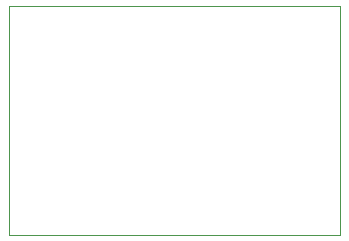
<source format=gbr>
G04 #@! TF.GenerationSoftware,KiCad,Pcbnew,(5.1.5)-3*
G04 #@! TF.CreationDate,2020-12-06T22:53:45+02:00*
G04 #@! TF.ProjectId,Single_transistor_AMP,53696e67-6c65-45f7-9472-616e73697374,V1.0*
G04 #@! TF.SameCoordinates,Original*
G04 #@! TF.FileFunction,Profile,NP*
%FSLAX46Y46*%
G04 Gerber Fmt 4.6, Leading zero omitted, Abs format (unit mm)*
G04 Created by KiCad (PCBNEW (5.1.5)-3) date 2020-12-06 22:53:45*
%MOMM*%
%LPD*%
G04 APERTURE LIST*
%ADD10C,0.050000*%
G04 APERTURE END LIST*
D10*
X161417000Y-99060000D02*
X161391600Y-99060000D01*
X161417000Y-118465600D02*
X161417000Y-99060000D01*
X133350000Y-99060000D02*
X133451600Y-99060000D01*
X133350000Y-118465600D02*
X133350000Y-99060000D01*
X161417000Y-118465600D02*
X133350000Y-118465600D01*
X133451600Y-99060000D02*
X161391600Y-99060000D01*
M02*

</source>
